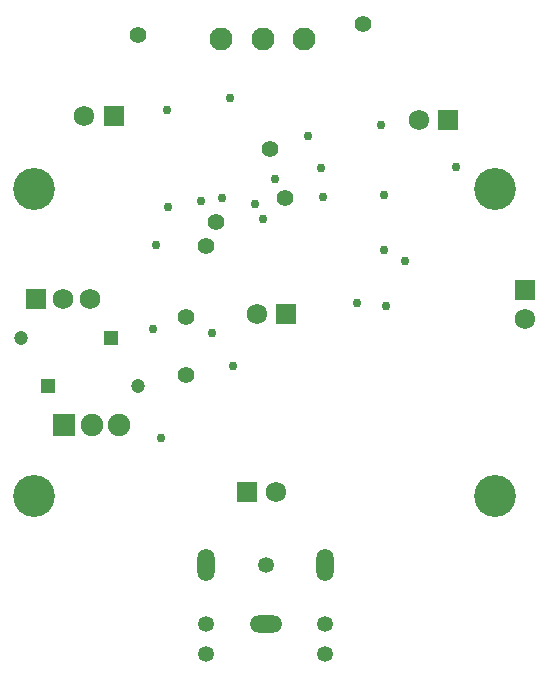
<source format=gbr>
G04*
G04 #@! TF.GenerationSoftware,Altium Limited,Altium Designer,25.4.2 (15)*
G04*
G04 Layer_Color=16711935*
%FSLAX44Y44*%
%MOMM*%
G71*
G04*
G04 #@! TF.SameCoordinates,5F7C4320-E98A-453F-BBD9-352C29D146EE*
G04*
G04*
G04 #@! TF.FilePolarity,Negative*
G04*
G01*
G75*
%ADD22R,1.2000X1.2000*%
%ADD56C,1.7250*%
%ADD57R,1.7250X1.7250*%
%ADD58C,1.9000*%
%ADD59R,1.9000X1.9000*%
%ADD60C,1.2000*%
%ADD61C,1.9534*%
%ADD62R,1.7250X1.7250*%
%ADD63C,1.7500*%
%ADD64R,1.7500X1.7500*%
%ADD65O,2.7660X1.4580*%
%ADD66O,1.4580X2.7660*%
%ADD67C,1.3500*%
%ADD68C,0.7500*%
%ADD69C,3.5500*%
%ADD70C,1.4200*%
D22*
X-129764Y243586D02*
D03*
X-183164Y202946D02*
D03*
D56*
X-6404Y263736D02*
D03*
X-152454Y431376D02*
D03*
X220726Y259226D02*
D03*
X130556Y427736D02*
D03*
X9906Y112776D02*
D03*
D57*
X18596Y263736D02*
D03*
X-127454Y431376D02*
D03*
X155556Y427736D02*
D03*
X-15094Y112776D02*
D03*
D58*
X-146304Y169646D02*
D03*
X-123404D02*
D03*
D59*
X-169204D02*
D03*
D60*
X-206024Y243586D02*
D03*
X-106904Y202946D02*
D03*
D61*
X-36322Y496316D02*
D03*
X-1270D02*
D03*
X33782D02*
D03*
D62*
X220726Y284226D02*
D03*
D63*
X-147534Y276606D02*
D03*
X-170434D02*
D03*
D64*
X-193334D02*
D03*
D65*
X1016Y1016D02*
D03*
D66*
X51016Y51016D02*
D03*
X-48984D02*
D03*
D67*
Y-23984D02*
D03*
Y1016D02*
D03*
X1016Y51016D02*
D03*
X51016Y-23984D02*
D03*
Y1016D02*
D03*
D68*
X-26670Y219710D02*
D03*
X162560Y388620D02*
D03*
X8890Y378223D02*
D03*
X36576Y414353D02*
D03*
X119126Y308356D02*
D03*
X-44704Y247396D02*
D03*
X-94234Y251206D02*
D03*
X-81534Y354076D02*
D03*
X-35814Y361894D02*
D03*
X-91694Y322326D02*
D03*
X102616Y270256D02*
D03*
X101346Y318008D02*
D03*
X98806Y423926D02*
D03*
X-82804Y436626D02*
D03*
X-29464Y446786D02*
D03*
X47568Y387458D02*
D03*
X-87884Y158496D02*
D03*
X-7874Y356616D02*
D03*
X-53594Y359036D02*
D03*
X-1524Y343916D02*
D03*
X49668Y362703D02*
D03*
X101346Y364236D02*
D03*
X78486Y272796D02*
D03*
D69*
X195000Y370000D02*
D03*
X-195000Y110000D02*
D03*
Y370000D02*
D03*
X195000Y110000D02*
D03*
D70*
X-106934Y500126D02*
D03*
X83566Y509016D02*
D03*
X17115Y362107D02*
D03*
X-49486Y321354D02*
D03*
X-66294Y211836D02*
D03*
Y261366D02*
D03*
X4826Y403606D02*
D03*
X-40894Y341376D02*
D03*
M02*

</source>
